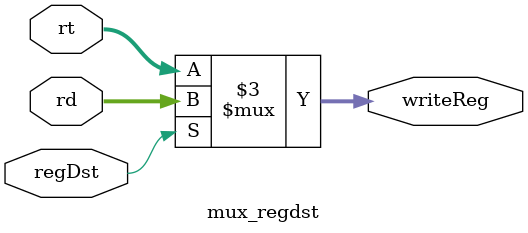
<source format=v>
module mux_regdst(rt,       // campo rt da instrução (bits [20..16])
    rd,       // campo rd da instrução (bits [15..11])
	 regDst,   // sinal de controle
    writeReg  // registrador destino
);
	input [4:0] rt; 
	input [4:0] rd;
	input regDst;
	output reg [4:0] writeReg;

   always @(*) begin
        if (regDst)
            writeReg = rd;
        else
            writeReg = rt;
    end

endmodule
</source>
